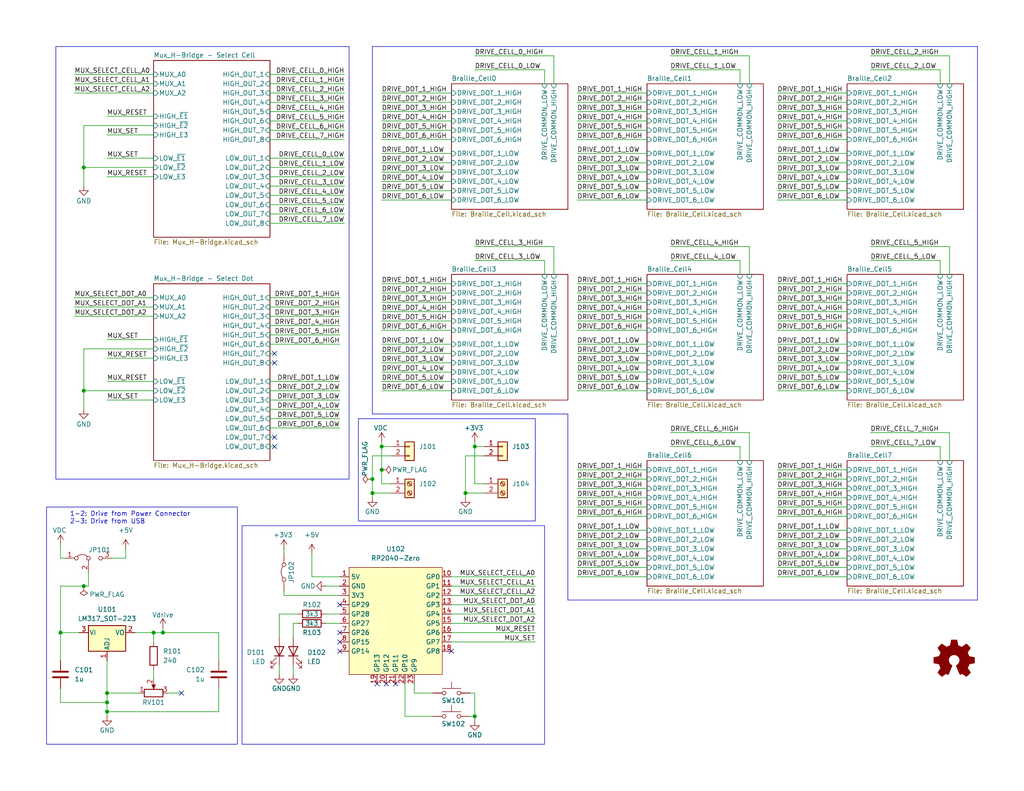
<source format=kicad_sch>
(kicad_sch (version 20231120) (generator "eeschema") (generator_version "8.0")
  (paper "USLetter")
  (title_block (date "2024-08-30") (rev "Rev 1"))
  (junction (at 29.21 191.77))
  (junction (at 129.54 195.58))
  (junction (at 16.51 172.72))
  (junction (at 29.21 189.23))
  (junction (at 22.86 160.02))
  (junction (at 129.54 121.92))
  (junction (at 104.14 128.27))
  (junction (at 29.21 194.31))
  (junction (at 22.86 45.72))
  (junction (at 101.6 130.81))
  (junction (at 41.91 172.72))
  (junction (at 44.45 172.72))
  (junction (at 22.86 106.68))
  (junction (at 127 134.62))
  (junction (at 101.6 134.62))
  (junction (at 104.14 121.92))
  (no_connect (at 107.95 186.69))
  (no_connect (at 49.53 189.23))
  (no_connect (at 74.93 121.92))
  (no_connect (at 92.71 175.26))
  (no_connect (at 74.93 99.06))
  (no_connect (at 92.71 172.72))
  (no_connect (at 92.71 177.8))
  (no_connect (at 123.19 177.8))
  (no_connect (at 102.87 186.69))
  (no_connect (at 105.41 186.69))
  (no_connect (at 74.93 96.52))
  (no_connect (at 92.71 165.1))
  (no_connect (at 74.93 119.38))
  (wire (pts (xy 182.88 19.05) (xy 201.93 19.05)))
  (wire (pts (xy 20.32 81.28) (xy 41.91 81.28)))
  (wire (pts (xy 212.09 152.4) (xy 231.14 152.4)))
  (wire (pts (xy 157.48 135.89) (xy 176.53 135.89)))
  (wire (pts (xy 146.05 162.56) (xy 123.19 162.56)))
  (wire (pts (xy 157.48 30.48) (xy 176.53 30.48)))
  (wire (pts (xy 101.6 130.81) (xy 101.6 124.46)))
  (wire (pts (xy 73.66 91.44) (xy 92.71 91.44)))
  (wire (pts (xy 129.54 67.31) (xy 151.13 67.31)))
  (wire (pts (xy 76.2 167.64) (xy 76.2 173.99)))
  (wire (pts (xy 129.54 189.23) (xy 129.54 195.58)))
  (wire (pts (xy 104.14 38.1) (xy 123.19 38.1)))
  (polyline (pts (xy 266.7 12.7) (xy 266.7 163.83)))
  (wire (pts (xy 92.71 81.28) (xy 73.66 81.28)))
  (wire (pts (xy 256.54 121.92) (xy 256.54 125.73)))
  (wire (pts (xy 132.08 121.92) (xy 129.54 121.92)))
  (wire (pts (xy 157.48 157.48) (xy 176.53 157.48)))
  (wire (pts (xy 157.48 149.86) (xy 176.53 149.86)))
  (wire (pts (xy 59.69 172.72) (xy 44.45 172.72)))
  (wire (pts (xy 182.88 121.92) (xy 201.93 121.92)))
  (wire (pts (xy 157.48 25.4) (xy 176.53 25.4)))
  (wire (pts (xy 104.14 93.98) (xy 123.19 93.98)))
  (wire (pts (xy 146.05 157.48) (xy 123.19 157.48)))
  (wire (pts (xy 29.21 194.31) (xy 29.21 195.58)))
  (wire (pts (xy 16.51 191.77) (xy 29.21 191.77)))
  (wire (pts (xy 20.32 20.32) (xy 41.91 20.32)))
  (wire (pts (xy 259.08 67.31) (xy 259.08 74.93)))
  (wire (pts (xy 204.47 67.31) (xy 204.47 74.93)))
  (wire (pts (xy 157.48 41.91) (xy 176.53 41.91)))
  (wire (pts (xy 20.32 86.36) (xy 41.91 86.36)))
  (wire (pts (xy 212.09 49.53) (xy 231.14 49.53)))
  (wire (pts (xy 157.48 104.14) (xy 176.53 104.14)))
  (wire (pts (xy 157.48 101.6) (xy 176.53 101.6)))
  (wire (pts (xy 41.91 172.72) (xy 41.91 175.26)))
  (wire (pts (xy 148.59 19.05) (xy 148.59 22.86)))
  (wire (pts (xy 182.88 118.11) (xy 204.47 118.11)))
  (wire (pts (xy 157.48 106.68) (xy 176.53 106.68)))
  (wire (pts (xy 29.21 36.83) (xy 41.91 36.83)))
  (wire (pts (xy 104.14 49.53) (xy 123.19 49.53)))
  (wire (pts (xy 204.47 118.11) (xy 204.47 125.73)))
  (wire (pts (xy 104.14 87.63) (xy 123.19 87.63)))
  (wire (pts (xy 73.66 109.22) (xy 92.71 109.22)))
  (wire (pts (xy 259.08 118.11) (xy 259.08 125.73)))
  (wire (pts (xy 212.09 104.14) (xy 231.14 104.14)))
  (wire (pts (xy 212.09 149.86) (xy 231.14 149.86)))
  (wire (pts (xy 92.71 86.36) (xy 73.66 86.36)))
  (wire (pts (xy 73.66 50.8) (xy 93.98 50.8)))
  (wire (pts (xy 212.09 106.68) (xy 231.14 106.68)))
  (wire (pts (xy 16.51 160.02) (xy 16.51 172.72)))
  (wire (pts (xy 59.69 194.31) (xy 59.69 187.96)))
  (wire (pts (xy 73.66 45.72) (xy 93.98 45.72)))
  (wire (pts (xy 157.48 54.61) (xy 176.53 54.61)))
  (wire (pts (xy 212.09 25.4) (xy 231.14 25.4)))
  (wire (pts (xy 73.66 43.18) (xy 93.98 43.18)))
  (wire (pts (xy 29.21 194.31) (xy 59.69 194.31)))
  (wire (pts (xy 16.51 160.02) (xy 22.86 160.02)))
  (wire (pts (xy 157.48 138.43) (xy 176.53 138.43)))
  (wire (pts (xy 212.09 54.61) (xy 231.14 54.61)))
  (wire (pts (xy 41.91 172.72) (xy 36.83 172.72)))
  (wire (pts (xy 212.09 30.48) (xy 231.14 30.48)))
  (wire (pts (xy 92.71 83.82) (xy 73.66 83.82)))
  (wire (pts (xy 157.48 147.32) (xy 176.53 147.32)))
  (wire (pts (xy 157.48 96.52) (xy 176.53 96.52)))
  (wire (pts (xy 212.09 82.55) (xy 231.14 82.55)))
  (wire (pts (xy 104.14 52.07) (xy 123.19 52.07)))
  (wire (pts (xy 104.14 85.09) (xy 123.19 85.09)))
  (wire (pts (xy 129.54 132.08) (xy 129.54 121.92)))
  (wire (pts (xy 92.71 157.48) (xy 85.09 157.48)))
  (wire (pts (xy 157.48 140.97) (xy 176.53 140.97)))
  (wire (pts (xy 110.49 195.58) (xy 118.11 195.58)))
  (wire (pts (xy 22.86 45.72) (xy 41.91 45.72)))
  (wire (pts (xy 73.66 22.86) (xy 93.98 22.86)))
  (wire (pts (xy 212.09 44.45) (xy 231.14 44.45)))
  (wire (pts (xy 29.21 109.22) (xy 41.91 109.22)))
  (wire (pts (xy 127 134.62) (xy 132.08 134.62)))
  (wire (pts (xy 182.88 15.24) (xy 204.47 15.24)))
  (wire (pts (xy 29.21 180.34) (xy 29.21 189.23)))
  (wire (pts (xy 104.14 82.55) (xy 123.19 82.55)))
  (wire (pts (xy 104.14 54.61) (xy 123.19 54.61)))
  (wire (pts (xy 157.48 49.53) (xy 176.53 49.53)))
  (wire (pts (xy 73.66 38.1) (xy 93.98 38.1)))
  (wire (pts (xy 104.14 106.68) (xy 123.19 106.68)))
  (wire (pts (xy 22.86 106.68) (xy 41.91 106.68)))
  (wire (pts (xy 73.66 58.42) (xy 93.98 58.42)))
  (wire (pts (xy 88.9 160.02) (xy 92.71 160.02)))
  (wire (pts (xy 29.21 189.23) (xy 38.1 189.23)))
  (wire (pts (xy 59.69 172.72) (xy 59.69 180.34)))
  (wire (pts (xy 157.48 144.78) (xy 176.53 144.78)))
  (wire (pts (xy 146.05 165.1) (xy 123.19 165.1)))
  (wire (pts (xy 29.21 48.26) (xy 41.91 48.26)))
  (wire (pts (xy 157.48 27.94) (xy 176.53 27.94)))
  (wire (pts (xy 104.14 99.06) (xy 123.19 99.06)))
  (wire (pts (xy 113.03 186.69) (xy 113.03 189.23)))
  (wire (pts (xy 34.29 149.86) (xy 34.29 152.4)))
  (wire (pts (xy 24.13 160.02) (xy 24.13 156.21)))
  (wire (pts (xy 237.49 19.05) (xy 256.54 19.05)))
  (wire (pts (xy 73.66 106.68) (xy 92.71 106.68)))
  (wire (pts (xy 73.66 119.38) (xy 74.93 119.38)))
  (wire (pts (xy 157.48 80.01) (xy 176.53 80.01)))
  (wire (pts (xy 104.14 121.92) (xy 104.14 120.65)))
  (wire (pts (xy 77.47 161.29) (xy 77.47 162.56)))
  (wire (pts (xy 45.72 189.23) (xy 49.53 189.23)))
  (wire (pts (xy 237.49 71.12) (xy 256.54 71.12)))
  (wire (pts (xy 212.09 133.35) (xy 231.14 133.35)))
  (wire (pts (xy 212.09 147.32) (xy 231.14 147.32)))
  (wire (pts (xy 73.66 30.48) (xy 93.98 30.48)))
  (wire (pts (xy 73.66 20.32) (xy 93.98 20.32)))
  (wire (pts (xy 41.91 95.25) (xy 22.86 95.25)))
  (wire (pts (xy 104.14 25.4) (xy 123.19 25.4)))
  (wire (pts (xy 157.48 128.27) (xy 176.53 128.27)))
  (wire (pts (xy 22.86 95.25) (xy 22.86 106.68)))
  (wire (pts (xy 259.08 15.24) (xy 259.08 22.86)))
  (wire (pts (xy 129.54 19.05) (xy 148.59 19.05)))
  (wire (pts (xy 80.01 170.18) (xy 80.01 173.99)))
  (wire (pts (xy 101.6 124.46) (xy 106.68 124.46)))
  (wire (pts (xy 29.21 31.75) (xy 41.91 31.75)))
  (wire (pts (xy 29.21 43.18) (xy 41.91 43.18)))
  (wire (pts (xy 73.66 25.4) (xy 93.98 25.4)))
  (wire (pts (xy 201.93 121.92) (xy 201.93 125.73)))
  (wire (pts (xy 20.32 25.4) (xy 41.91 25.4)))
  (wire (pts (xy 237.49 118.11) (xy 259.08 118.11)))
  (wire (pts (xy 104.14 30.48) (xy 123.19 30.48)))
  (wire (pts (xy 106.68 121.92) (xy 104.14 121.92)))
  (wire (pts (xy 81.28 170.18) (xy 80.01 170.18)))
  (wire (pts (xy 73.66 48.26) (xy 93.98 48.26)))
  (wire (pts (xy 101.6 134.62) (xy 101.6 130.81)))
  (wire (pts (xy 256.54 71.12) (xy 256.54 74.93)))
  (wire (pts (xy 212.09 41.91) (xy 231.14 41.91)))
  (wire (pts (xy 22.86 45.72) (xy 22.86 50.8)))
  (wire (pts (xy 73.66 60.96) (xy 93.98 60.96)))
  (wire (pts (xy 212.09 154.94) (xy 231.14 154.94)))
  (wire (pts (xy 104.14 33.02) (xy 123.19 33.02)))
  (wire (pts (xy 151.13 15.24) (xy 151.13 22.86)))
  (wire (pts (xy 204.47 15.24) (xy 204.47 22.86)))
  (wire (pts (xy 73.66 96.52) (xy 74.93 96.52)))
  (wire (pts (xy 129.54 15.24) (xy 151.13 15.24)))
  (wire (pts (xy 212.09 99.06) (xy 231.14 99.06)))
  (wire (pts (xy 157.48 35.56) (xy 176.53 35.56)))
  (wire (pts (xy 212.09 101.6) (xy 231.14 101.6)))
  (wire (pts (xy 73.66 55.88) (xy 93.98 55.88)))
  (wire (pts (xy 76.2 181.61) (xy 76.2 184.15)))
  (wire (pts (xy 157.48 52.07) (xy 176.53 52.07)))
  (wire (pts (xy 73.66 53.34) (xy 93.98 53.34)))
  (wire (pts (xy 146.05 167.64) (xy 123.19 167.64)))
  (wire (pts (xy 22.86 160.02) (xy 24.13 160.02)))
  (wire (pts (xy 88.9 170.18) (xy 92.71 170.18)))
  (polyline (pts (xy 101.6 12.7) (xy 266.7 12.7)))
  (wire (pts (xy 73.66 114.3) (xy 92.71 114.3)))
  (wire (pts (xy 81.28 167.64) (xy 76.2 167.64)))
  (wire (pts (xy 157.48 90.17) (xy 176.53 90.17)))
  (wire (pts (xy 151.13 67.31) (xy 151.13 74.93)))
  (wire (pts (xy 212.09 27.94) (xy 231.14 27.94)))
  (wire (pts (xy 77.47 162.56) (xy 92.71 162.56)))
  (wire (pts (xy 212.09 90.17) (xy 231.14 90.17)))
  (wire (pts (xy 104.14 104.14) (xy 123.19 104.14)))
  (wire (pts (xy 237.49 15.24) (xy 259.08 15.24)))
  (wire (pts (xy 104.14 96.52) (xy 123.19 96.52)))
  (wire (pts (xy 132.08 132.08) (xy 129.54 132.08)))
  (wire (pts (xy 212.09 38.1) (xy 231.14 38.1)))
  (wire (pts (xy 157.48 130.81) (xy 176.53 130.81)))
  (wire (pts (xy 129.54 195.58) (xy 128.27 195.58)))
  (wire (pts (xy 129.54 196.85) (xy 129.54 195.58)))
  (wire (pts (xy 157.48 99.06) (xy 176.53 99.06)))
  (wire (pts (xy 123.19 175.26) (xy 146.05 175.26)))
  (wire (pts (xy 212.09 93.98) (xy 231.14 93.98)))
  (wire (pts (xy 212.09 87.63) (xy 231.14 87.63)))
  (wire (pts (xy 104.14 128.27) (xy 104.14 121.92)))
  (wire (pts (xy 212.09 144.78) (xy 231.14 144.78)))
  (polyline (pts (xy 101.6 12.7) (xy 101.6 113.03)))
  (wire (pts (xy 101.6 134.62) (xy 106.68 134.62)))
  (wire (pts (xy 157.48 93.98) (xy 176.53 93.98)))
  (wire (pts (xy 123.19 172.72) (xy 146.05 172.72)))
  (wire (pts (xy 104.14 27.94) (xy 123.19 27.94)))
  (wire (pts (xy 182.88 71.12) (xy 201.93 71.12)))
  (wire (pts (xy 44.45 171.45) (xy 44.45 172.72)))
  (wire (pts (xy 20.32 83.82) (xy 41.91 83.82)))
  (wire (pts (xy 157.48 152.4) (xy 176.53 152.4)))
  (wire (pts (xy 104.14 77.47) (xy 123.19 77.47)))
  (wire (pts (xy 127 135.89) (xy 127 134.62)))
  (wire (pts (xy 201.93 19.05) (xy 201.93 22.86)))
  (wire (pts (xy 212.09 138.43) (xy 231.14 138.43)))
  (wire (pts (xy 101.6 135.89) (xy 101.6 134.62)))
  (wire (pts (xy 22.86 34.29) (xy 22.86 45.72)))
  (wire (pts (xy 212.09 96.52) (xy 231.14 96.52)))
  (wire (pts (xy 73.66 33.02) (xy 93.98 33.02)))
  (wire (pts (xy 157.48 38.1) (xy 176.53 38.1)))
  (wire (pts (xy 73.66 99.06) (xy 74.93 99.06)))
  (wire (pts (xy 110.49 186.69) (xy 110.49 195.58)))
  (wire (pts (xy 129.54 121.92) (xy 129.54 120.65)))
  (wire (pts (xy 212.09 46.99) (xy 231.14 46.99)))
  (wire (pts (xy 146.05 170.18) (xy 123.19 170.18)))
  (wire (pts (xy 73.66 27.94) (xy 93.98 27.94)))
  (wire (pts (xy 106.68 132.08) (xy 104.14 132.08)))
  (wire (pts (xy 148.59 71.12) (xy 148.59 74.93)))
  (wire (pts (xy 29.21 97.79) (xy 41.91 97.79)))
  (wire (pts (xy 88.9 167.64) (xy 92.71 167.64)))
  (polyline (pts (xy 266.7 163.83) (xy 154.94 163.83)))
  (wire (pts (xy 212.09 157.48) (xy 231.14 157.48)))
  (wire (pts (xy 85.09 151.13) (xy 85.09 157.48)))
  (wire (pts (xy 212.09 135.89) (xy 231.14 135.89)))
  (wire (pts (xy 34.29 152.4) (xy 30.48 152.4)))
  (wire (pts (xy 157.48 77.47) (xy 176.53 77.47)))
  (wire (pts (xy 212.09 52.07) (xy 231.14 52.07)))
  (wire (pts (xy 44.45 172.72) (xy 41.91 172.72)))
  (wire (pts (xy 127 124.46) (xy 132.08 124.46)))
  (wire (pts (xy 41.91 34.29) (xy 22.86 34.29)))
  (wire (pts (xy 212.09 128.27) (xy 231.14 128.27)))
  (wire (pts (xy 129.54 71.12) (xy 148.59 71.12)))
  (wire (pts (xy 22.86 106.68) (xy 22.86 111.76)))
  (wire (pts (xy 127 134.62) (xy 127 124.46)))
  (wire (pts (xy 16.51 148.59) (xy 16.51 152.4)))
  (wire (pts (xy 29.21 191.77) (xy 29.21 194.31)))
  (wire (pts (xy 104.14 80.01) (xy 123.19 80.01)))
  (wire (pts (xy 212.09 140.97) (xy 231.14 140.97)))
  (wire (pts (xy 73.66 104.14) (xy 92.71 104.14)))
  (wire (pts (xy 16.51 172.72) (xy 16.51 180.34)))
  (wire (pts (xy 212.09 80.01) (xy 231.14 80.01)))
  (wire (pts (xy 104.14 41.91) (xy 123.19 41.91)))
  (wire (pts (xy 237.49 67.31) (xy 259.08 67.31)))
  (wire (pts (xy 212.09 77.47) (xy 231.14 77.47)))
  (wire (pts (xy 113.03 189.23) (xy 118.11 189.23)))
  (wire (pts (xy 212.09 33.02) (xy 231.14 33.02)))
  (wire (pts (xy 104.14 35.56) (xy 123.19 35.56)))
  (wire (pts (xy 157.48 82.55) (xy 176.53 82.55)))
  (wire (pts (xy 29.21 92.71) (xy 41.91 92.71)))
  (wire (pts (xy 16.51 191.77) (xy 16.51 187.96)))
  (wire (pts (xy 29.21 189.23) (xy 29.21 191.77)))
  (wire (pts (xy 104.14 44.45) (xy 123.19 44.45)))
  (wire (pts (xy 129.54 189.23) (xy 128.27 189.23)))
  (wire (pts (xy 104.14 132.08) (xy 104.14 128.27)))
  (polyline (pts (xy 154.94 113.03) (xy 101.6 113.03)))
  (wire (pts (xy 256.54 19.05) (xy 256.54 22.86)))
  (polyline (pts (xy 154.94 163.83) (xy 154.94 113.03)))
  (wire (pts (xy 73.66 35.56) (xy 93.98 35.56)))
  (wire (pts (xy 77.47 149.86) (xy 77.47 151.13)))
  (wire (pts (xy 212.09 85.09) (xy 231.14 85.09)))
  (wire (pts (xy 157.48 87.63) (xy 176.53 87.63)))
  (wire (pts (xy 237.49 121.92) (xy 256.54 121.92)))
  (wire (pts (xy 92.71 88.9) (xy 73.66 88.9)))
  (wire (pts (xy 104.14 90.17) (xy 123.19 90.17)))
  (wire (pts (xy 146.05 160.02) (xy 123.19 160.02)))
  (wire (pts (xy 20.32 22.86) (xy 41.91 22.86)))
  (wire (pts (xy 80.01 181.61) (xy 80.01 184.15)))
  (wire (pts (xy 182.88 67.31) (xy 204.47 67.31)))
  (wire (pts (xy 212.09 35.56) (xy 231.14 35.56)))
  (wire (pts (xy 157.48 33.02) (xy 176.53 33.02)))
  (wire (pts (xy 104.14 46.99) (xy 123.19 46.99)))
  (wire (pts (xy 73.66 111.76) (xy 92.71 111.76)))
  (wire (pts (xy 157.48 154.94) (xy 176.53 154.94)))
  (wire (pts (xy 157.48 133.35) (xy 176.53 133.35)))
  (wire (pts (xy 104.14 101.6) (xy 123.19 101.6)))
  (wire (pts (xy 157.48 44.45) (xy 176.53 44.45)))
  (wire (pts (xy 16.51 152.4) (xy 17.78 152.4)))
  (wire (pts (xy 157.48 85.09) (xy 176.53 85.09)))
  (wire (pts (xy 16.51 172.72) (xy 21.59 172.72)))
  (wire (pts (xy 157.48 46.99) (xy 176.53 46.99)))
  (wire (pts (xy 73.66 116.84) (xy 92.71 116.84)))
  (wire (pts (xy 73.66 93.98) (xy 92.71 93.98)))
  (wire (pts (xy 212.09 130.81) (xy 231.14 130.81)))
  (wire (pts (xy 201.93 71.12) (xy 201.93 74.93)))
  (wire (pts (xy 29.21 104.14) (xy 41.91 104.14)))
  (wire (pts (xy 73.66 121.92) (xy 74.93 121.92)))
  (wire (pts (xy 41.91 182.88) (xy 41.91 185.42)))
  (rectangle (start 15.24 12.7) (end 95.25 130.81))
  (rectangle (start 66.04 143.51) (end 148.59 203.2))
  (rectangle (start 97.79 114.3) (end 146.05 142.24))
  (rectangle (start 12.7 138.43) (end 64.77 203.2))
  (text "1-2: Drive from Power Connector\n2-3: Drive from USB" (at 19.05 139.7 0) (effects (font (size 1.27 1.27)) (justify left top)))
  (label "DRIVE_DOT_1_HIGH" (at 157.48 128.27 0))
  (label "DRIVE_CELL_1_HIGH" (at 93.98 22.86 180))
  (label "DRIVE_DOT_6_HIGH" (at 212.09 140.97 0))
  (label "MUX_SELECT_CELL_A0" (at 146.05 157.48 180))
  (label "DRIVE_DOT_5_HIGH" (at 157.48 138.43 0))
  (label "DRIVE_DOT_4_HIGH" (at 157.48 135.89 0))
  (label "DRIVE_DOT_1_LOW" (at 212.09 144.78 0))
  (label "DRIVE_DOT_6_LOW" (at 212.09 106.68 0))
  (label "DRIVE_DOT_3_HIGH" (at 157.48 133.35 0))
  (label "DRIVE_DOT_4_HIGH" (at 212.09 135.89 0))
  (label "DRIVE_DOT_4_LOW" (at 157.48 152.4 0))
  (label "MUX_SET" (at 29.21 109.22 0))
  (label "DRIVE_DOT_5_HIGH" (at 212.09 138.43 0))
  (label "DRIVE_CELL_7_HIGH" (at 237.49 118.11 0))
  (label "DRIVE_DOT_1_LOW" (at 157.48 93.98 0))
  (label "MUX_RESET" (at 29.21 104.14 0))
  (label "DRIVE_DOT_2_HIGH" (at 212.09 27.94 0))
  (label "DRIVE_DOT_4_HIGH" (at 212.09 85.09 0))
  (label "DRIVE_DOT_3_HIGH" (at 104.14 82.55 0))
  (label "DRIVE_DOT_3_LOW" (at 104.14 46.99 0))
  (label "DRIVE_DOT_6_LOW" (at 157.48 54.61 0))
  (label "DRIVE_DOT_5_HIGH" (at 92.71 91.44 180))
  (label "DRIVE_DOT_1_HIGH" (at 157.48 25.4 0))
  (label "DRIVE_DOT_6_HIGH" (at 157.48 140.97 0))
  (label "DRIVE_DOT_2_LOW" (at 157.48 44.45 0))
  (label "DRIVE_DOT_4_LOW" (at 212.09 152.4 0))
  (label "DRIVE_CELL_0_LOW" (at 129.54 19.05 0))
  (label "MUX_RESET" (at 146.05 172.72 180))
  (label "MUX_SET" (at 29.21 36.83 0))
  (label "DRIVE_DOT_6_LOW" (at 157.48 106.68 0))
  (label "DRIVE_DOT_3_LOW" (at 92.71 109.22 180))
  (label "DRIVE_CELL_7_LOW" (at 237.49 121.92 0))
  (label "DRIVE_DOT_3_LOW" (at 212.09 99.06 0))
  (label "DRIVE_DOT_4_HIGH" (at 104.14 33.02 0))
  (label "DRIVE_DOT_2_HIGH" (at 104.14 80.01 0))
  (label "DRIVE_DOT_4_HIGH" (at 212.09 33.02 0))
  (label "DRIVE_DOT_5_LOW" (at 212.09 104.14 0))
  (label "DRIVE_CELL_1_LOW" (at 93.98 45.72 180))
  (label "DRIVE_DOT_3_HIGH" (at 104.14 30.48 0))
  (label "DRIVE_DOT_2_LOW" (at 104.14 96.52 0))
  (label "MUX_RESET" (at 29.21 97.79 0))
  (label "DRIVE_CELL_4_HIGH" (at 182.88 67.31 0))
  (label "DRIVE_DOT_3_LOW" (at 157.48 46.99 0))
  (label "DRIVE_DOT_5_HIGH" (at 157.48 35.56 0))
  (label "MUX_SELECT_CELL_A2" (at 20.32 25.4 0))
  (label "DRIVE_DOT_3_LOW" (at 157.48 99.06 0))
  (label "DRIVE_DOT_3_LOW" (at 212.09 46.99 0))
  (label "DRIVE_DOT_6_LOW" (at 157.48 157.48 0))
  (label "DRIVE_DOT_5_LOW" (at 157.48 52.07 0))
  (label "MUX_SELECT_CELL_A0" (at 20.32 20.32 0))
  (label "DRIVE_DOT_2_HIGH" (at 212.09 80.01 0))
  (label "DRIVE_DOT_1_LOW" (at 157.48 41.91 0))
  (label "DRIVE_DOT_5_LOW" (at 157.48 104.14 0))
  (label "DRIVE_DOT_3_HIGH" (at 157.48 82.55 0))
  (label "DRIVE_DOT_4_HIGH" (at 157.48 33.02 0))
  (label "MUX_SELECT_DOT_A1" (at 20.32 83.82 0))
  (label "DRIVE_CELL_6_LOW" (at 182.88 121.92 0))
  (label "DRIVE_CELL_0_LOW" (at 93.98 43.18 180))
  (label "DRIVE_DOT_1_LOW" (at 92.71 104.14 180))
  (label "DRIVE_DOT_5_HIGH" (at 104.14 87.63 0))
  (label "DRIVE_DOT_1_HIGH" (at 212.09 25.4 0))
  (label "DRIVE_CELL_4_LOW" (at 93.98 53.34 180))
  (label "DRIVE_DOT_3_LOW" (at 104.14 99.06 0))
  (label "DRIVE_DOT_5_LOW" (at 212.09 154.94 0))
  (label "DRIVE_DOT_1_HIGH" (at 157.48 77.47 0))
  (label "DRIVE_DOT_5_LOW" (at 104.14 104.14 0))
  (label "DRIVE_DOT_4_HIGH" (at 104.14 85.09 0))
  (label "DRIVE_DOT_3_HIGH" (at 92.71 86.36 180))
  (label "MUX_SELECT_DOT_A0" (at 20.32 81.28 0))
  (label "DRIVE_DOT_5_HIGH" (at 104.14 35.56 0))
  (label "DRIVE_CELL_1_HIGH" (at 182.88 15.24 0))
  (label "MUX_SET" (at 146.05 175.26 180))
  (label "DRIVE_DOT_2_HIGH" (at 212.09 130.81 0))
  (label "DRIVE_DOT_2_LOW" (at 212.09 44.45 0))
  (label "DRIVE_DOT_2_LOW" (at 104.14 44.45 0))
  (label "DRIVE_DOT_4_LOW" (at 92.71 111.76 180))
  (label "DRIVE_DOT_1_LOW" (at 104.14 93.98 0))
  (label "DRIVE_CELL_5_HIGH" (at 237.49 67.31 0))
  (label "DRIVE_DOT_3_HIGH" (at 212.09 133.35 0))
  (label "DRIVE_DOT_2_LOW" (at 212.09 147.32 0))
  (label "DRIVE_CELL_4_HIGH" (at 93.98 30.48 180))
  (label "MUX_RESET" (at 29.21 48.26 0))
  (label "DRIVE_CELL_2_HIGH" (at 93.98 25.4 180))
  (label "DRIVE_DOT_2_HIGH" (at 92.71 83.82 180))
  (label "DRIVE_DOT_5_HIGH" (at 157.48 87.63 0))
  (label "DRIVE_DOT_3_HIGH" (at 212.09 30.48 0))
  (label "DRIVE_DOT_2_HIGH" (at 157.48 130.81 0))
  (label "DRIVE_DOT_2_LOW" (at 92.71 106.68 180))
  (label "DRIVE_CELL_4_LOW" (at 182.88 71.12 0))
  (label "MUX_RESET" (at 29.21 31.75 0))
  (label "DRIVE_CELL_5_HIGH" (at 93.98 33.02 180))
  (label "DRIVE_CELL_2_HIGH" (at 237.49 15.24 0))
  (label "DRIVE_DOT_5_HIGH" (at 212.09 87.63 0))
  (label "DRIVE_DOT_2_LOW" (at 212.09 96.52 0))
  (label "MUX_SELECT_CELL_A1" (at 20.32 22.86 0))
  (label "DRIVE_CELL_7_LOW" (at 93.98 60.96 180))
  (label "DRIVE_DOT_2_HIGH" (at 157.48 27.94 0))
  (label "DRIVE_CELL_2_LOW" (at 93.98 48.26 180))
  (label "MUX_SELECT_DOT_A2" (at 146.05 170.18 180))
  (label "DRIVE_DOT_6_HIGH" (at 104.14 90.17 0))
  (label "DRIVE_DOT_5_LOW" (at 157.48 154.94 0))
  (label "DRIVE_CELL_5_LOW" (at 93.98 55.88 180))
  (label "DRIVE_DOT_1_HIGH" (at 92.71 81.28 180))
  (label "DRIVE_CELL_3_LOW" (at 93.98 50.8 180))
  (label "DRIVE_CELL_6_HIGH" (at 182.88 118.11 0))
  (label "DRIVE_DOT_3_LOW" (at 157.48 149.86 0))
  (label "DRIVE_CELL_0_HIGH" (at 93.98 20.32 180))
  (label "DRIVE_DOT_4_LOW" (at 104.14 101.6 0))
  (label "DRIVE_DOT_1_HIGH" (at 212.09 77.47 0))
  (label "DRIVE_DOT_5_HIGH" (at 212.09 35.56 0))
  (label "DRIVE_DOT_4_LOW" (at 212.09 49.53 0))
  (label "DRIVE_DOT_2_LOW" (at 157.48 96.52 0))
  (label "DRIVE_DOT_6_LOW" (at 92.71 116.84 180))
  (label "DRIVE_DOT_6_HIGH" (at 212.09 90.17 0))
  (label "MUX_SELECT_DOT_A2" (at 20.32 86.36 0))
  (label "DRIVE_DOT_1_HIGH" (at 212.09 128.27 0))
  (label "MUX_SET" (at 29.21 43.18 0))
  (label "DRIVE_DOT_5_LOW" (at 92.71 114.3 180))
  (label "DRIVE_DOT_3_HIGH" (at 157.48 30.48 0))
  (label "DRIVE_DOT_4_HIGH" (at 157.48 85.09 0))
  (label "MUX_SELECT_DOT_A0" (at 146.05 165.1 180))
  (label "DRIVE_DOT_2_LOW" (at 157.48 147.32 0))
  (label "DRIVE_DOT_4_LOW" (at 157.48 101.6 0))
  (label "DRIVE_DOT_2_HIGH" (at 157.48 80.01 0))
  (label "DRIVE_DOT_4_LOW" (at 104.14 49.53 0))
  (label "MUX_SELECT_CELL_A2" (at 146.05 162.56 180))
  (label "DRIVE_DOT_4_HIGH" (at 92.71 88.9 180))
  (label "DRIVE_DOT_5_LOW" (at 104.14 52.07 0))
  (label "DRIVE_DOT_6_LOW" (at 212.09 54.61 0))
  (label "DRIVE_DOT_6_HIGH" (at 157.48 90.17 0))
  (label "DRIVE_DOT_3_LOW" (at 212.09 149.86 0))
  (label "DRIVE_CELL_7_HIGH" (at 93.98 38.1 180))
  (label "DRIVE_DOT_6_HIGH" (at 212.09 38.1 0))
  (label "DRIVE_DOT_5_LOW" (at 212.09 52.07 0))
  (label "DRIVE_DOT_1_LOW" (at 104.14 41.91 0))
  (label "DRIVE_CELL_3_HIGH" (at 129.54 67.31 0))
  (label "DRIVE_DOT_1_LOW" (at 212.09 41.91 0))
  (label "DRIVE_DOT_3_HIGH" (at 212.09 82.55 0))
  (label "DRIVE_DOT_1_HIGH" (at 104.14 25.4 0))
  (label "DRIVE_CELL_1_LOW" (at 182.88 19.05 0))
  (label "DRIVE_DOT_6_HIGH" (at 157.48 38.1 0))
  (label "DRIVE_CELL_6_LOW" (at 93.98 58.42 180))
  (label "DRIVE_CELL_0_HIGH" (at 129.54 15.24 0))
  (label "DRIVE_DOT_6_HIGH" (at 104.14 38.1 0))
  (label "DRIVE_DOT_1_LOW" (at 212.09 93.98 0))
  (label "DRIVE_DOT_1_LOW" (at 157.48 144.78 0))
  (label "DRIVE_CELL_5_LOW" (at 237.49 71.12 0))
  (label "DRIVE_CELL_6_HIGH" (at 93.98 35.56 180))
  (label "DRIVE_DOT_6_LOW" (at 104.14 106.68 0))
  (label "DRIVE_DOT_6_HIGH" (at 92.71 93.98 180))
  (label "DRIVE_DOT_1_HIGH" (at 104.14 77.47 0))
  (label "DRIVE_CELL_3_HIGH" (at 93.98 27.94 180))
  (label "DRIVE_DOT_4_LOW" (at 212.09 101.6 0))
  (label "MUX_SET" (at 29.21 92.71 0))
  (label "DRIVE_DOT_2_HIGH" (at 104.14 27.94 0))
  (label "DRIVE_CELL_3_LOW" (at 129.54 71.12 0))
  (label "DRIVE_DOT_6_LOW" (at 104.14 54.61 0))
  (label "DRIVE_CELL_2_LOW" (at 237.49 19.05 0))
  (label "DRIVE_DOT_6_LOW" (at 212.09 157.48 0))
  (label "MUX_SELECT_CELL_A1" (at 146.05 160.02 180))
  (label "DRIVE_DOT_4_LOW" (at 157.48 49.53 0))
  (label "MUX_SELECT_DOT_A1" (at 146.05 167.64 180))
  (symbol (lib_id "power:GND") (at 101.6 135.89 0) (unit 1)
    (property "Reference" "#PWR0112" (effects (hide yes)))
    (property "Value" "GND" (at 101.6 139.7 0))
    (property "Description" "Power symbol creates a global label with name \"GND\" , ground" (effects (hide yes)))
  )
  (symbol (lib_id "power:GND") (at 80.01 184.15 0) (unit 1)
    (property "Reference" "#PWR0109" (effects (hide yes)))
    (property "Value" "GND" (at 80.01 187.96 0))
    (property "Description" "Power symbol creates a global label with name \"GND\" , ground" (effects (hide yes)))
  )
  (symbol (lib_id "power:VDC") (at 104.14 120.65 0) (unit 1)
    (property "Reference" "#PWR0113" (effects (hide yes)))
    (property "Value" "VDC" (at 103.886 116.84 0))
    (property "Description" "Power symbol creates a global label with name \"VDC\"" (effects (hide yes)))
  )
  (symbol (lib_id "Device:C") (at 16.51 184.15 0) (unit 1)
    (property "Reference" "C101" (at 20.32 182.8799 0) (effects (justify left)))
    (property "Value" "1u" (at 20.32 185.4199 0) (effects (justify left)))
    (property "Footprint" "Capacitor_SMD:C_1206_3216Metric_Pad1.33x1.80mm_HandSolder" (effects (hide yes)))
    (property "Description" "Unpolarized capacitor" (effects (hide yes)))
  )
  (symbol (lib_id "power:GND") (at 76.2 184.15 0) (mirror y) (unit 1)
    (property "Reference" "#PWR0107" (effects (hide yes)))
    (property "Value" "GND" (at 76.2 187.96 0))
    (property "Description" "Power symbol creates a global label with name \"GND\" , ground" (effects (hide yes)))
  )
  (symbol (lib_id "power:VDC") (at 16.51 148.59 0) (unit 1)
    (property "Reference" "#PWR0101" (effects (hide yes)))
    (property "Value" "VDC" (at 16.256 144.78 0))
    (property "Description" "Power symbol creates a global label with name \"VDC\"" (effects (hide yes)))
  )
  (symbol (lib_id "power:GND") (at 129.54 196.85 0) (unit 1)
    (property "Reference" "#PWR0116" (effects (hide yes)))
    (property "Value" "GND" (at 129.54 200.66 0))
    (property "Description" "Power symbol creates a global label with name \"GND\" , ground" (effects (hide yes)))
  )
  (symbol (lib_id "Device:R") (at 85.09 167.64 90) (unit 1)
    (property "Reference" "R102" (at 85.09 165.1 90))
    (property "Value" "3k3" (at 85.09 167.64 90))
    (property "Footprint" "Resistor_SMD:R_1206_3216Metric_Pad1.30x1.75mm_HandSolder" (effects (hide yes)))
    (property "Description" "Resistor" (effects (hide yes)))
  )
  (symbol (lib_id "power:GND") (at 88.9 160.02 270) (unit 1)
    (property "Reference" "#PWR0111" (effects (hide yes)))
    (property "Value" "GND" (at 86.106 160.02 90) (effects (justify right)))
    (property "Description" "Power symbol creates a global label with name \"GND\" , ground" (effects (hide yes)))
  )
  (symbol (lib_id "Device:LED") (at 76.2 177.8 270) (mirror x) (unit 1)
    (property "Reference" "D101" (at 72.39 178.1174 90) (effects (justify right)))
    (property "Value" "LED" (at 72.39 180.6574 90) (effects (justify right)))
    (property "Footprint" "LED_SMD:LED_1206_3216Metric_Pad1.42x1.75mm_HandSolder" (effects (hide yes)))
    (property "Description" "Light emitting diode" (effects (hide yes)))
  )
  (symbol (lib_id "Jumper:Jumper_2_Bridged") (at 77.47 156.21 90) (unit 1) (exclude_from_sim yes)
    (property "Reference" "JP102" (at 79.502 153.162 0) (effects (justify right)))
    (property "Value" "Jumper_2_Open" (effects (hide yes)))
    (property "Footprint" "Connector_PinHeader_2.54mm:PinHeader_1x02_P2.54mm_Vertical" (effects (hide yes)))
    (property "Description" "Jumper, 2-pole, closed/bridged" (effects (hide yes)))
  )
  (symbol (lib_id "Device:R") (at 85.09 170.18 90) (mirror x) (unit 1)
    (property "Reference" "R103" (at 85.09 172.72 90))
    (property "Value" "3k3" (at 85.09 170.18 90))
    (property "Footprint" "Resistor_SMD:R_1206_3216Metric_Pad1.30x1.75mm_HandSolder" (effects (hide yes)))
    (property "Description" "Resistor" (effects (hide yes)))
  )
  (symbol (lib_id "Device:LED") (at 80.01 177.8 90) (unit 1)
    (property "Reference" "D102" (at 83.82 178.1174 90) (effects (justify right)))
    (property "Value" "LED" (at 83.82 180.6574 90) (effects (justify right)))
    (property "Footprint" "LED_SMD:LED_1206_3216Metric_Pad1.42x1.75mm_HandSolder" (effects (hide yes)))
    (property "Description" "Light emitting diode" (effects (hide yes)))
  )
  (symbol (lib_id "Connector_Generic:Conn_01x02") (at 111.76 121.92 0) (unit 1)
    (property "Reference" "J101" (at 114.3 121.9199 0) (effects (justify left)))
    (property "Value" "Conn_01x02" (effects (hide yes)))
    (property "Footprint" "Connector_PinHeader_2.54mm:PinHeader_1x02_P2.54mm_Vertical" (effects (hide yes)))
    (property "Description" "Generic connector, single row, 01x02, script generated (kicad-library-utils/schlib/autogen/connector/)" (effects (hide yes)))
  )
  (symbol (lib_id "power:+5V") (at 34.29 149.86 0) (unit 1)
    (property "Reference" "#PWR0105" (effects (hide yes)))
    (property "Value" "+5V" (at 34.29 144.78 0))
    (property "Description" "Power symbol creates a global label with name \"+5V\"" (effects (hide yes)))
  )
  (symbol (lib_id "Connector:Screw_Terminal_01x02") (at 111.76 132.08 0) (unit 1)
    (property "Reference" "J102" (at 114.3 132.0799 0) (effects (justify left)))
    (property "Value" "Screw_Terminal_01x02" (effects (hide yes)))
    (property "Footprint" "TerminalBlock:TerminalBlock_bornier-2_P5.08mm" (effects (hide yes)))
    (property "Description" "Generic screw terminal, single row, 01x02, script generated (kicad-library-utils/schlib/autogen/connector/)" (effects (hide yes)))
  )
  (symbol (lib_id "power:PWR_FLAG") (at 22.86 160.02 0) (mirror x) (unit 1)
    (property "Reference" "#FLG0101" (effects (hide yes)))
    (property "Value" "PWR_FLAG" (at 29.21 162.306 0))
    (property "Description" "Special symbol for telling ERC where power comes from" (effects (hide yes)))
  )
  (symbol (lib_id "power:+5V") (at 85.09 151.13 0) (unit 1)
    (property "Reference" "#PWR0110" (effects (hide yes)))
    (property "Value" "+5V" (at 85.09 146.05 0))
    (property "Description" "Power symbol creates a global label with name \"+5V\"" (effects (hide yes)))
  )
  (symbol (lib_id "power:GND") (at 22.86 50.8 0) (unit 1)
    (property "Reference" "#PWR0102" (effects (hide yes)))
    (property "Value" "GND" (at 22.86 54.864 0))
    (property "Description" "Power symbol creates a global label with name \"GND\" , ground" (effects (hide yes)))
  )
  (symbol (lib_id "Connector_Generic:Conn_01x02") (at 137.16 121.92 0) (unit 1)
    (property "Reference" "J103" (at 139.7 121.9199 0) (effects (justify left)))
    (property "Value" "Conn_01x02" (effects (hide yes)))
    (property "Footprint" "Connector_PinHeader_2.54mm:PinHeader_1x02_P2.54mm_Vertical" (effects (hide yes)))
    (property "Description" "Generic connector, single row, 01x02, script generated (kicad-library-utils/schlib/autogen/connector/)" (effects (hide yes)))
  )
  (symbol (lib_id "power:+3V3") (at 129.54 120.65 0) (unit 1)
    (property "Reference" "#PWR0115" (effects (hide yes)))
    (property "Value" "+3V3" (at 129.286 116.84 0))
    (property "Description" "Power symbol creates a global label with name \"+3V3\"" (effects (hide yes)))
  )
  (symbol (lib_id "power:GND") (at 127 135.89 0) (unit 1)
    (property "Reference" "#PWR0114" (effects (hide yes)))
    (property "Value" "GND" (at 127 139.7 0))
    (property "Description" "Power symbol creates a global label with name \"GND\" , ground" (effects (hide yes)))
  )
  (symbol (lib_id "Switch:SW_Push") (at 123.19 195.58 0) (unit 1)
    (property "Reference" "SW102" (at 123.698 197.612 0))
    (property "Value" "SW_Push" (effects (hide yes)))
    (property "Footprint" "Button_Switch_THT:SW_PUSH_6mm_H5mm" (effects (hide yes)))
    (property "Description" "Push button switch, generic, two pins" (effects (hide yes)))
  )
  (symbol (lib_id "power:GND") (at 29.21 195.58 0) (unit 1)
    (property "Reference" "#PWR0104" (effects (hide yes)))
    (property "Value" "GND" (at 29.21 199.39 0))
    (property "Description" "Power symbol creates a global label with name \"GND\" , ground" (effects (hide yes)))
  )
  (symbol (lib_id "power:+3V3") (at 77.47 149.86 0) (unit 1)
    (property "Reference" "#PWR0108" (effects (hide yes)))
    (property "Value" "+3V3" (at 77.216 146.05 0))
    (property "Description" "Power symbol creates a global label with name \"+3V3\"" (effects (hide yes)))
  )
  (symbol (lib_id "Graphic:Logo_Open_Hardware_Small") (at 260.35 180.34 0) (unit 1) (exclude_from_sim yes) (in_bom no) (on_board no)
    (property "Reference" "#SYM101" (effects (hide yes)))
    (property "Value" "Logo_Open_Hardware_Small" (effects (hide yes)))
    (property "Description" "Open Hardware logo, small" (effects (hide yes)))
  )
  (symbol (lib_id "Jumper:Jumper_3_Bridged12") (at 24.13 152.4 0) (unit 1) (exclude_from_sim yes) (in_bom no)
    (property "Reference" "JP101" (at 27.178 150.114 0))
    (property "Value" "Jumper_3_Bridged12" (effects (hide yes)))
    (property "Footprint" "Connector_PinHeader_2.54mm:PinHeader_1x03_P2.54mm_Vertical" (effects (hide yes)))
    (property "Description" "Jumper, 3-pole, pins 1+2 closed/bridged" (effects (hide yes)))
  )
  (symbol (lib_id "Regulator_Linear:LM317_SOT-223") (at 29.21 172.72 0) (unit 1)
    (property "Reference" "U101" (at 29.21 166.37 0))
    (property "Value" "LM317_SOT-223" (at 29.21 168.91 0))
    (property "Footprint" "Package_TO_SOT_SMD:SOT-223-3_TabPin2" (effects (hide yes)))
    (property "Datasheet" "http://www.ti.com/lit/ds/symlink/lm317.pdf" (effects (hide yes)))
    (property "Description" "1.5A 35V Adjustable Linear Regulator, SOT-223" (effects (hide yes)))
  )
  (symbol (lib_id "power:GND") (at 22.86 111.76 0) (unit 1)
    (property "Reference" "#PWR0103" (effects (hide yes)))
    (property "Value" "GND" (at 22.86 115.824 0))
    (property "Description" "Power symbol creates a global label with name \"GND\" , ground" (effects (hide yes)))
  )
  (symbol (lib_id "power:Vdrive") (at 44.45 171.45 0) (unit 1)
    (property "Reference" "#PWR0106" (effects (hide yes)))
    (property "Value" "Vdrive" (at 44.45 167.894 0))
    (property "Description" "Power symbol creates a global label with name \"Vdrive\"" (effects (hide yes)))
  )
  (symbol (lib_id "power:PWR_FLAG") (at 101.6 130.81 90) (mirror x) (unit 1)
    (property "Reference" "#FLG0102" (effects (hide yes)))
    (property "Value" "PWR_FLAG" (at 99.568 120.396 0) (effects (justify left)))
    (property "Description" "Special symbol for telling ERC where power comes from" (effects (hide yes)))
  )
  (symbol (lib_id "Device:R") (at 41.91 179.07 0) (unit 1)
    (property "Reference" "R101" (at 44.45 177.7999 0) (effects (justify left)))
    (property "Value" "240" (at 44.45 180.3399 0) (effects (justify left)))
    (property "Footprint" "Resistor_SMD:R_1206_3216Metric_Pad1.30x1.75mm_HandSolder" (effects (hide yes)))
    (property "Description" "Resistor" (effects (hide yes)))
  )
  (symbol (lib_id "Device:R_Potentiometer") (at 41.91 189.23 90) (unit 1)
    (property "Reference" "RV101" (at 41.91 191.77 90))
    (property "Value" "R_Potentiometer" (effects (hide yes)))
    (property "Footprint" "Potentiometer_THT:Potentiometer_Vishay_T73YP_Vertical" (effects (hide yes)))
    (property "Description" "Potentiometer" (effects (hide yes)))
  )
  (symbol (lib_id "power:PWR_FLAG") (at 104.14 128.27 270) (unit 1)
    (property "Reference" "#FLG0103" (effects (hide yes)))
    (property "Value" "PWR_FLAG" (at 106.934 128.27 90) (effects (justify left)))
    (property "Description" "Special symbol for telling ERC where power comes from" (effects (hide yes)))
  )
  (symbol (lib_id "Device:C") (at 59.69 184.15 0) (mirror y) (unit 1)
    (property "Reference" "C102" (at 55.88 182.8799 0) (effects (justify left)))
    (property "Value" "1u" (at 55.88 185.4199 0) (effects (justify left)))
    (property "Footprint" "Capacitor_SMD:C_1206_3216Metric_Pad1.33x1.80mm_HandSolder" (effects (hide yes)))
    (property "Description" "Unpolarized capacitor" (effects (hide yes)))
  )
  (symbol (lib_id "Connector:Screw_Terminal_01x02") (at 137.16 132.08 0) (unit 1)
    (property "Reference" "J104" (at 139.7 132.0799 0) (effects (justify left)))
    (property "Value" "Screw_Terminal_01x02" (effects (hide yes)))
    (property "Footprint" "TerminalBlock:TerminalBlock_bornier-2_P5.08mm" (effects (hide yes)))
    (property "Description" "Generic screw terminal, single row, 01x02, script generated (kicad-library-utils/schlib/autogen/connector/)" (effects (hide yes)))
  )
  (symbol (lib_id "Braille_Display_Symbol_Lib:RP2040-Zero") (at 107.95 162.56 0) (unit 1)
    (property "Reference" "U102" (at 107.95 149.86 0))
    (property "Value" "RP2040-Zero" (at 107.95 152.4 0))
    (property "Footprint" "Braille_Display_Footprint_Lib:RP2040 Zero" (effects (hide yes)))
    (property "Source" "https://github.com/dj505/RP2040-Zero-KiCAD" (effects (hide yes)))
  )
  (symbol (lib_id "Switch:SW_Push") (at 123.19 189.23 0) (unit 1)
    (property "Reference" "SW101" (at 123.698 191.262 0))
    (property "Value" "SW_Push" (effects (hide yes)))
    (property "Footprint" "Button_Switch_THT:SW_PUSH_6mm_H5mm" (effects (hide yes)))
    (property "Description" "Push button switch, generic, two pins" (effects (hide yes)))
  )
  (sheet (at 123.19 74.93) (size 31.75 34.29) (stroke (width 0.1524))
    (property "Sheetname" "Braille_Cell3" (at 123.19 74.2184 0) (effects (justify left bottom)))
    (property "Sheetfile" "Braille_Cell.kicad_sch" (at 123.19 109.8046 0) (effects (justify left top)))
    (pin "DRIVE_DOT_3_LOW" input (at 123.19 99.06 180))
    (pin "DRIVE_DOT_3_HIGH" input (at 123.19 82.55 180))
    (pin "DRIVE_DOT_1_LOW" input (at 123.19 93.98 180))
    (pin "DRIVE_DOT_1_HIGH" input (at 123.19 77.47 180))
    (pin "DRIVE_DOT_2_HIGH" input (at 123.19 80.01 180))
    (pin "DRIVE_DOT_2_LOW" input (at 123.19 96.52 180))
    (pin "DRIVE_COMMON_HIGH" input (at 151.13 74.93 90))
    (pin "DRIVE_COMMON_LOW" input (at 148.59 74.93 90))
    (pin "DRIVE_DOT_4_HIGH" input (at 123.19 85.09 180))
    (pin "DRIVE_DOT_4_LOW" input (at 123.19 101.6 180))
    (pin "DRIVE_DOT_5_HIGH" input (at 123.19 87.63 180))
    (pin "DRIVE_DOT_6_LOW" input (at 123.19 106.68 180))
    (pin "DRIVE_DOT_6_HIGH" input (at 123.19 90.17 180))
    (pin "DRIVE_DOT_5_LOW" input (at 123.19 104.14 180))
  )
  (sheet (at 231.14 125.73) (size 31.75 34.29) (stroke (width 0.1524))
    (property "Sheetname" "Braille_Cell7" (at 231.14 125.0184 0) (effects (justify left bottom)))
    (property "Sheetfile" "Braille_Cell.kicad_sch" (at 231.14 160.6046 0) (effects (justify left top)))
    (pin "DRIVE_DOT_3_LOW" input (at 231.14 149.86 180))
    (pin "DRIVE_DOT_3_HIGH" input (at 231.14 133.35 180))
    (pin "DRIVE_DOT_1_LOW" input (at 231.14 144.78 180))
    (pin "DRIVE_DOT_1_HIGH" input (at 231.14 128.27 180))
    (pin "DRIVE_DOT_2_HIGH" input (at 231.14 130.81 180))
    (pin "DRIVE_DOT_2_LOW" input (at 231.14 147.32 180))
    (pin "DRIVE_COMMON_HIGH" input (at 259.08 125.73 90))
    (pin "DRIVE_COMMON_LOW" input (at 256.54 125.73 90))
    (pin "DRIVE_DOT_4_HIGH" input (at 231.14 135.89 180))
    (pin "DRIVE_DOT_4_LOW" input (at 231.14 152.4 180))
    (pin "DRIVE_DOT_5_HIGH" input (at 231.14 138.43 180))
    (pin "DRIVE_DOT_6_LOW" input (at 231.14 157.48 180))
    (pin "DRIVE_DOT_6_HIGH" input (at 231.14 140.97 180))
    (pin "DRIVE_DOT_5_LOW" input (at 231.14 154.94 180))
  )
  (sheet (at 176.53 125.73) (size 31.75 34.29) (stroke (width 0.1524))
    (property "Sheetname" "Braille_Cell6" (at 176.53 125.0184 0) (effects (justify left bottom)))
    (property "Sheetfile" "Braille_Cell.kicad_sch" (at 176.53 160.6046 0) (effects (justify left top)))
    (pin "DRIVE_DOT_3_LOW" input (at 176.53 149.86 180))
    (pin "DRIVE_DOT_3_HIGH" input (at 176.53 133.35 180))
    (pin "DRIVE_DOT_1_LOW" input (at 176.53 144.78 180))
    (pin "DRIVE_DOT_1_HIGH" input (at 176.53 128.27 180))
    (pin "DRIVE_DOT_2_HIGH" input (at 176.53 130.81 180))
    (pin "DRIVE_DOT_2_LOW" input (at 176.53 147.32 180))
    (pin "DRIVE_COMMON_HIGH" input (at 204.47 125.73 90))
    (pin "DRIVE_COMMON_LOW" input (at 201.93 125.73 90))
    (pin "DRIVE_DOT_4_HIGH" input (at 176.53 135.89 180))
    (pin "DRIVE_DOT_4_LOW" input (at 176.53 152.4 180))
    (pin "DRIVE_DOT_5_HIGH" input (at 176.53 138.43 180))
    (pin "DRIVE_DOT_6_LOW" input (at 176.53 157.48 180))
    (pin "DRIVE_DOT_6_HIGH" input (at 176.53 140.97 180))
    (pin "DRIVE_DOT_5_LOW" input (at 176.53 154.94 180))
  )
  (sheet (at 231.14 22.86) (size 31.75 34.29) (stroke (width 0.1524))
    (property "Sheetname" "Braille_Cell2" (at 231.14 22.1484 0) (effects (justify left bottom)))
    (property "Sheetfile" "Braille_Cell.kicad_sch" (at 231.14 57.7346 0) (effects (justify left top)))
    (pin "DRIVE_DOT_3_LOW" input (at 231.14 46.99 180))
    (pin "DRIVE_DOT_3_HIGH" input (at 231.14 30.48 180))
    (pin "DRIVE_DOT_1_LOW" input (at 231.14 41.91 180))
    (pin "DRIVE_DOT_1_HIGH" input (at 231.14 25.4 180))
    (pin "DRIVE_DOT_2_HIGH" input (at 231.14 27.94 180))
    (pin "DRIVE_DOT_2_LOW" input (at 231.14 44.45 180))
    (pin "DRIVE_COMMON_HIGH" input (at 259.08 22.86 90))
    (pin "DRIVE_COMMON_LOW" input (at 256.54 22.86 90))
    (pin "DRIVE_DOT_4_HIGH" input (at 231.14 33.02 180))
    (pin "DRIVE_DOT_4_LOW" input (at 231.14 49.53 180))
    (pin "DRIVE_DOT_5_HIGH" input (at 231.14 35.56 180))
    (pin "DRIVE_DOT_6_LOW" input (at 231.14 54.61 180))
    (pin "DRIVE_DOT_6_HIGH" input (at 231.14 38.1 180))
    (pin "DRIVE_DOT_5_LOW" input (at 231.14 52.07 180))
  )
  (sheet (at 41.91 16.51) (size 31.75 48.26) (stroke (width 0.1524))
    (property "Sheetname" "Mux_H-Bridge - Select Cell" (at 41.91 15.7984 0) (effects (justify left bottom)))
    (property "Sheetfile" "Mux_H-Bridge.kicad_sch" (at 41.91 65.3546 0) (effects (justify left top)))
    (pin "HIGH_OUT_6" input (at 73.66 33.02 0))
    (pin "HIGH_OUT_3" input (at 73.66 25.4 0))
    (pin "HIGH_OUT_4" input (at 73.66 27.94 0))
    (pin "HIGH_OUT_5" input (at 73.66 30.48 0))
    (pin "HIGH_OUT_2" input (at 73.66 22.86 0))
    (pin "HIGH_OUT_1" input (at 73.66 20.32 0))
    (pin "LOW_OUT_5" input (at 73.66 53.34 0))
    (pin "LOW_OUT_3" input (at 73.66 48.26 0))
    (pin "LOW_OUT_4" input (at 73.66 50.8 0))
    (pin "LOW_OUT_1" input (at 73.66 43.18 0))
    (pin "LOW_OUT_6" input (at 73.66 55.88 0))
    (pin "LOW_OUT_2" input (at 73.66 45.72 0))
    (pin "LOW_E3" input (at 41.91 48.26 180))
    (pin "MUX_A1" input (at 41.91 22.86 180))
    (pin "MUX_A2" input (at 41.91 25.4 180))
    (pin "MUX_A0" input (at 41.91 20.32 180))
    (pin "LOW_~{E1}" input (at 41.91 43.18 180))
    (pin "LOW_~{E2}" input (at 41.91 45.72 180))
    (pin "HIGH_~{E1}" input (at 41.91 31.75 180))
    (pin "HIGH_~{E2}" input (at 41.91 34.29 180))
    (pin "HIGH_E3" input (at 41.91 36.83 180))
    (pin "LOW_OUT_7" input (at 73.66 58.42 0))
    (pin "LOW_OUT_8" input (at 73.66 60.96 0))
    (pin "HIGH_OUT_7" input (at 73.66 35.56 0))
    (pin "HIGH_OUT_8" input (at 73.66 38.1 0))
  )
  (sheet (at 176.53 22.86) (size 31.75 34.29) (stroke (width 0.1524))
    (property "Sheetname" "Braille_Cell1" (at 176.53 22.1484 0) (effects (justify left bottom)))
    (property "Sheetfile" "Braille_Cell.kicad_sch" (at 176.53 57.7346 0) (effects (justify left top)))
    (pin "DRIVE_DOT_3_LOW" input (at 176.53 46.99 180))
    (pin "DRIVE_DOT_3_HIGH" input (at 176.53 30.48 180))
    (pin "DRIVE_DOT_1_LOW" input (at 176.53 41.91 180))
    (pin "DRIVE_DOT_1_HIGH" input (at 176.53 25.4 180))
    (pin "DRIVE_DOT_2_HIGH" input (at 176.53 27.94 180))
    (pin "DRIVE_DOT_2_LOW" input (at 176.53 44.45 180))
    (pin "DRIVE_COMMON_HIGH" input (at 204.47 22.86 90))
    (pin "DRIVE_COMMON_LOW" input (at 201.93 22.86 90))
    (pin "DRIVE_DOT_4_HIGH" input (at 176.53 33.02 180))
    (pin "DRIVE_DOT_4_LOW" input (at 176.53 49.53 180))
    (pin "DRIVE_DOT_5_HIGH" input (at 176.53 35.56 180))
    (pin "DRIVE_DOT_6_LOW" input (at 176.53 54.61 180))
    (pin "DRIVE_DOT_6_HIGH" input (at 176.53 38.1 180))
    (pin "DRIVE_DOT_5_LOW" input (at 176.53 52.07 180))
  )
  (sheet (at 123.19 22.86) (size 31.75 34.29) (stroke (width 0.1524))
    (property "Sheetname" "Braille_Cell0" (at 123.19 22.1484 0) (effects (justify left bottom)))
    (property "Sheetfile" "Braille_Cell.kicad_sch" (at 123.19 57.7346 0) (effects (justify left top)))
    (pin "DRIVE_DOT_3_LOW" input (at 123.19 46.99 180))
    (pin "DRIVE_DOT_3_HIGH" input (at 123.19 30.48 180))
    (pin "DRIVE_DOT_1_LOW" input (at 123.19 41.91 180))
    (pin "DRIVE_DOT_1_HIGH" input (at 123.19 25.4 180))
    (pin "DRIVE_DOT_2_HIGH" input (at 123.19 27.94 180))
    (pin "DRIVE_DOT_2_LOW" input (at 123.19 44.45 180))
    (pin "DRIVE_COMMON_HIGH" input (at 151.13 22.86 90))
    (pin "DRIVE_COMMON_LOW" input (at 148.59 22.86 90))
    (pin "DRIVE_DOT_4_HIGH" input (at 123.19 33.02 180))
    (pin "DRIVE_DOT_4_LOW" input (at 123.19 49.53 180))
    (pin "DRIVE_DOT_5_HIGH" input (at 123.19 35.56 180))
    (pin "DRIVE_DOT_6_LOW" input (at 123.19 54.61 180))
    (pin "DRIVE_DOT_6_HIGH" input (at 123.19 38.1 180))
    (pin "DRIVE_DOT_5_LOW" input (at 123.19 52.07 180))
  )
  (sheet (at 176.53 74.93) (size 31.75 34.29) (stroke (width 0.1524))
    (property "Sheetname" "Braille_Cell4" (at 176.53 74.2184 0) (effects (justify left bottom)))
    (property "Sheetfile" "Braille_Cell.kicad_sch" (at 176.53 109.8046 0) (effects (justify left top)))
    (pin "DRIVE_DOT_3_LOW" input (at 176.53 99.06 180))
    (pin "DRIVE_DOT_3_HIGH" input (at 176.53 82.55 180))
    (pin "DRIVE_DOT_1_LOW" input (at 176.53 93.98 180))
    (pin "DRIVE_DOT_1_HIGH" input (at 176.53 77.47 180))
    (pin "DRIVE_DOT_2_HIGH" input (at 176.53 80.01 180))
    (pin "DRIVE_DOT_2_LOW" input (at 176.53 96.52 180))
    (pin "DRIVE_COMMON_HIGH" input (at 204.47 74.93 90))
    (pin "DRIVE_COMMON_LOW" input (at 201.93 74.93 90))
    (pin "DRIVE_DOT_4_HIGH" input (at 176.53 85.09 180))
    (pin "DRIVE_DOT_4_LOW" input (at 176.53 101.6 180))
    (pin "DRIVE_DOT_5_HIGH" input (at 176.53 87.63 180))
    (pin "DRIVE_DOT_6_LOW" input (at 176.53 106.68 180))
    (pin "DRIVE_DOT_6_HIGH" input (at 176.53 90.17 180))
    (pin "DRIVE_DOT_5_LOW" input (at 176.53 104.14 180))
  )
  (sheet (at 41.91 77.47) (size 31.75 48.26) (stroke (width 0.1524))
    (property "Sheetname" "Mux_H-Bridge - Select Dot" (at 41.91 76.7584 0) (effects (justify left bottom)))
    (property "Sheetfile" "Mux_H-Bridge.kicad_sch" (at 41.91 126.3146 0) (effects (justify left top)))
    (pin "HIGH_OUT_6" input (at 73.66 93.98 0))
    (pin "HIGH_OUT_3" input (at 73.66 86.36 0))
    (pin "HIGH_OUT_4" input (at 73.66 88.9 0))
    (pin "HIGH_OUT_5" input (at 73.66 91.44 0))
    (pin "HIGH_OUT_2" input (at 73.66 83.82 0))
    (pin "HIGH_OUT_1" input (at 73.66 81.28 0))
    (pin "LOW_OUT_5" input (at 73.66 114.3 0))
    (pin "LOW_OUT_3" input (at 73.66 109.22 0))
    (pin "LOW_OUT_4" input (at 73.66 111.76 0))
    (pin "LOW_OUT_1" input (at 73.66 104.14 0))
    (pin "LOW_OUT_6" input (at 73.66 116.84 0))
    (pin "LOW_OUT_2" input (at 73.66 106.68 0))
    (pin "LOW_E3" input (at 41.91 109.22 180))
    (pin "MUX_A1" input (at 41.91 83.82 180))
    (pin "MUX_A2" input (at 41.91 86.36 180))
    (pin "MUX_A0" input (at 41.91 81.28 180))
    (pin "LOW_~{E1}" input (at 41.91 104.14 180))
    (pin "LOW_~{E2}" input (at 41.91 106.68 180))
    (pin "HIGH_~{E1}" input (at 41.91 92.71 180))
    (pin "HIGH_~{E2}" input (at 41.91 95.25 180))
    (pin "HIGH_E3" input (at 41.91 97.79 180))
    (pin "LOW_OUT_7" input (at 73.66 119.38 0))
    (pin "LOW_OUT_8" input (at 73.66 121.92 0))
    (pin "HIGH_OUT_7" input (at 73.66 96.52 0))
    (pin "HIGH_OUT_8" input (at 73.66 99.06 0))
  )
  (sheet (at 231.14 74.93) (size 31.75 34.29) (stroke (width 0.1524))
    (property "Sheetname" "Braille_Cell5" (at 231.14 74.2184 0) (effects (justify left bottom)))
    (property "Sheetfile" "Braille_Cell.kicad_sch" (at 231.14 109.8046 0) (effects (justify left top)))
    (pin "DRIVE_DOT_3_LOW" input (at 231.14 99.06 180))
    (pin "DRIVE_DOT_3_HIGH" input (at 231.14 82.55 180))
    (pin "DRIVE_DOT_1_LOW" input (at 231.14 93.98 180))
    (pin "DRIVE_DOT_1_HIGH" input (at 231.14 77.47 180))
    (pin "DRIVE_DOT_2_HIGH" input (at 231.14 80.01 180))
    (pin "DRIVE_DOT_2_LOW" input (at 231.14 96.52 180))
    (pin "DRIVE_COMMON_HIGH" input (at 259.08 74.93 90))
    (pin "DRIVE_COMMON_LOW" input (at 256.54 74.93 90))
    (pin "DRIVE_DOT_4_HIGH" input (at 231.14 85.09 180))
    (pin "DRIVE_DOT_4_LOW" input (at 231.14 101.6 180))
    (pin "DRIVE_DOT_5_HIGH" input (at 231.14 87.63 180))
    (pin "DRIVE_DOT_6_LOW" input (at 231.14 106.68 180))
    (pin "DRIVE_DOT_6_HIGH" input (at 231.14 90.17 180))
    (pin "DRIVE_DOT_5_LOW" input (at 231.14 104.14 180))
  )
)
</source>
